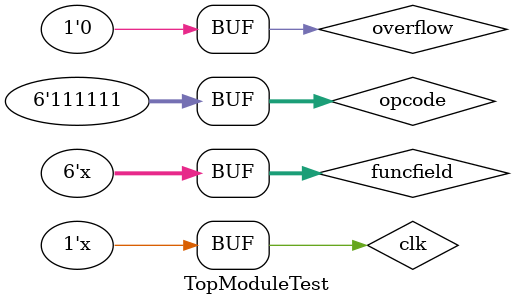
<source format=v>
`timescale 1ns / 1ps


module TopModuleTest;

	// Inputs
	reg clk;
	reg [5:0] opcode;
	reg [5:0] funcfield;
	reg overflow;

	// Instantiate the Unit Under Test (UUT)
	TopModule uut (
		.clk(clk), 
		.opcode(opcode), 
		.funcfield(funcfield),
		.overflow(overflow)
	); 
	always
	begin
		#10 clk=~clk;
	end
	initial begin
		// Initialize Inputs
		clk = 0;		//mfhi
		opcode = 6'd0;
		funcfield = 6'b010000; 
		overflow = 0;
		
		#60		//mflo
		opcode = 6'd0;
		funcfield = 6'b010010;
		
		#60		//mthi
		opcode = 6'd0;
		funcfield = 6'b010001;
		
		#60		//mtlo
		opcode = 6'd0;
		funcfield = 6'b010011;
		
		#60		//lui
		opcode = 6'b001111;
		funcfield = 6'bxxxxxx;
		
		#60		//beq
		opcode = 6'b000100;
		funcfield = 6'bxxxxxx;
		
		#60		//jump
		opcode = 6'b000010;
		funcfield = 6'bxxxxxx;
		
		#60		//jal
		opcode = 6'b000011;
		funcfield = 6'bxxxxxx;
		
		#60		//jr
		opcode = 6'd0;
		funcfield = 6'b001000;
		
		#60		//jalr
		opcode = 6'd0;
		funcfield = 6'b001001;
		
		#60		//add
		opcode = 6'd0;
		funcfield = 6'b100000;
		
		#80		//add overflow
		overflow = 1;
		opcode = 6'd0;
		funcfield = 6'b100000;
		
		#140		//sll
		overflow = 0;
		opcode = 6'd0;
		funcfield = 6'b000000;

		#80			//sllv
		opcode = 6'd0;
		funcfield = 6'b000100;

		#80			//div
		opcode = 6'd0;
		funcfield = 6'b011010;

		#80			//mult
		opcode = 6'd0;
		funcfield = 6'b011000;

		#80			//madd
		opcode = 6'b011100;
		funcfield = 6'b000000;
		
		#80			//msub
		opcode = 6'b011100;
		funcfield = 6'b000100;

		#80			//addi
		opcode = 6'b001000;
		funcfield = 6'bxxxxxx;

		#80			//lw
		opcode = 6'b100011;
		funcfield = 6'bxxxxxx;

		#100		//sw
		opcode = 6'b101011;
		funcfield = 6'bxxxxxx;

		#80		//ori
		opcode = 6'b001101;
		funcfield = 6'bxxxxxx;

		#80		//Undefined Instruction
		opcode = 6'b111111;
		funcfield = 6'bxxxxxx;

	end    
endmodule


</source>
